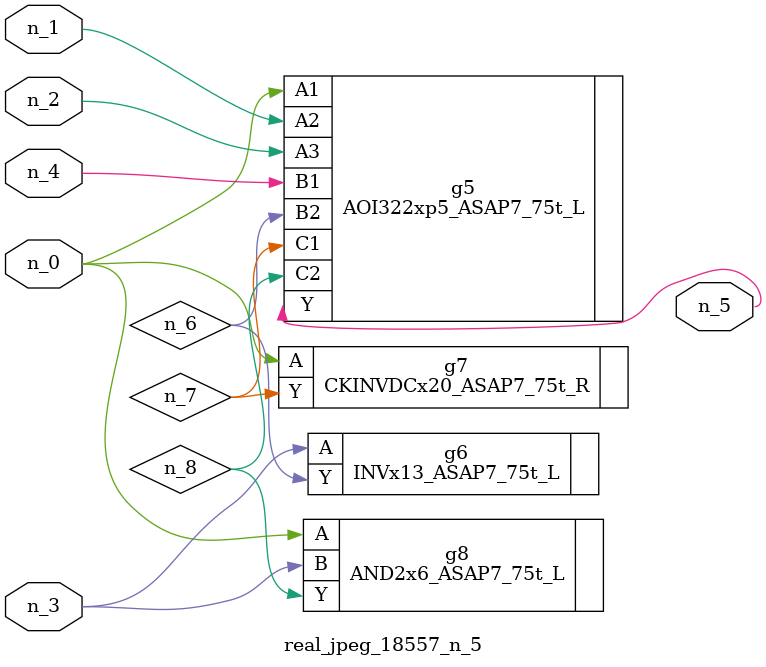
<source format=v>
module real_jpeg_18557_n_5 (n_4, n_0, n_1, n_2, n_3, n_5);

input n_4;
input n_0;
input n_1;
input n_2;
input n_3;

output n_5;

wire n_8;
wire n_6;
wire n_7;

AOI322xp5_ASAP7_75t_L g5 ( 
.A1(n_0),
.A2(n_1),
.A3(n_2),
.B1(n_4),
.B2(n_6),
.C1(n_7),
.C2(n_8),
.Y(n_5)
);

CKINVDCx20_ASAP7_75t_R g7 ( 
.A(n_0),
.Y(n_7)
);

AND2x6_ASAP7_75t_L g8 ( 
.A(n_0),
.B(n_3),
.Y(n_8)
);

INVx13_ASAP7_75t_L g6 ( 
.A(n_3),
.Y(n_6)
);


endmodule
</source>
